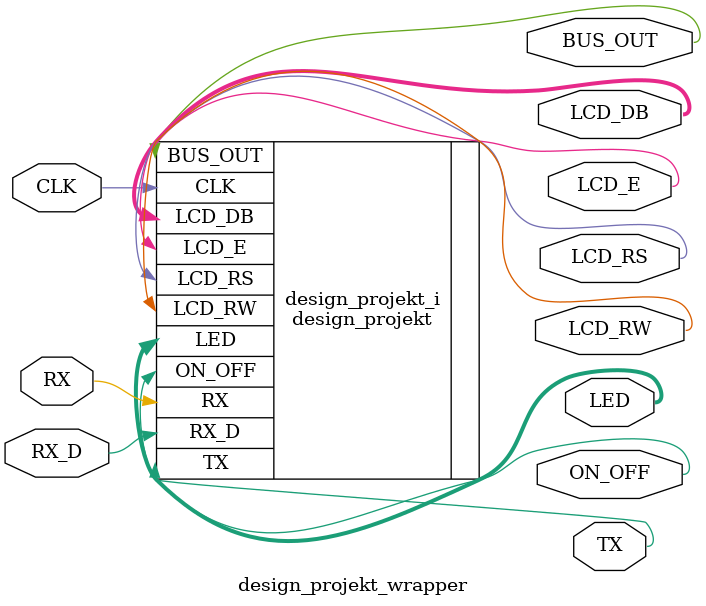
<source format=v>
`timescale 1 ps / 1 ps

module design_projekt_wrapper
   (BUS_OUT,
    CLK,
    LCD_DB,
    LCD_E,
    LCD_RS,
    LCD_RW,
    LED,
    ON_OFF,
    RX,
    RX_D,
    TX);
  output BUS_OUT;
  input CLK;
  output [7:0]LCD_DB;
  output LCD_E;
  output LCD_RS;
  output LCD_RW;
  output [7:0]LED;
  output ON_OFF;
  input RX;
  input RX_D;
  output TX;

  wire BUS_OUT;
  wire CLK;
  wire [7:0]LCD_DB;
  wire LCD_E;
  wire LCD_RS;
  wire LCD_RW;
  wire [7:0]LED;
  wire ON_OFF;
  wire RX;
  wire RX_D;
  wire TX;

  design_projekt design_projekt_i
       (.BUS_OUT(BUS_OUT),
        .CLK(CLK),
        .LCD_DB(LCD_DB),
        .LCD_E(LCD_E),
        .LCD_RS(LCD_RS),
        .LCD_RW(LCD_RW),
        .LED(LED),
        .ON_OFF(ON_OFF),
        .RX(RX),
        .RX_D(RX_D),
        .TX(TX));
endmodule

</source>
